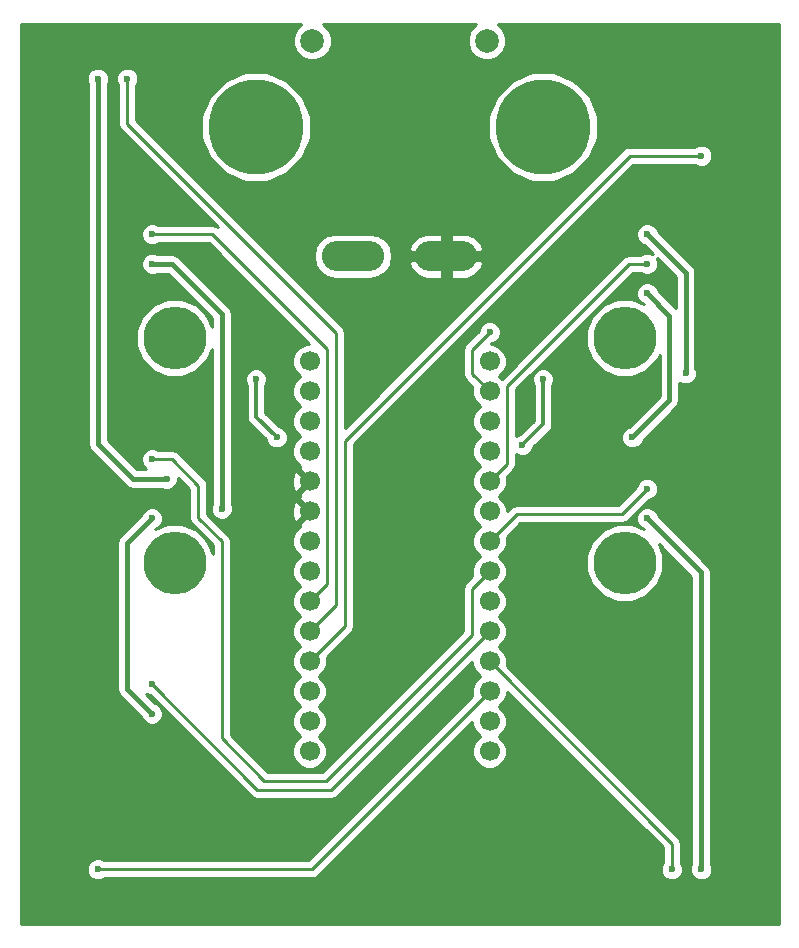
<source format=gbl>
G04 #@! TF.FileFunction,Copper,L2,Bot,Signal*
%FSLAX46Y46*%
G04 Gerber Fmt 4.6, Leading zero omitted, Abs format (unit mm)*
G04 Created by KiCad (PCBNEW 4.0.7-e2-6376~58~ubuntu16.04.1) date Fri Dec 14 12:18:52 2018*
%MOMM*%
%LPD*%
G01*
G04 APERTURE LIST*
%ADD10C,0.100000*%
%ADD11C,0.685800*%
%ADD12C,5.300000*%
%ADD13C,1.700000*%
%ADD14C,8.000000*%
%ADD15O,5.270000X2.540000*%
%ADD16C,2.000000*%
%ADD17C,0.600000*%
%ADD18C,0.300000*%
%ADD19C,0.250000*%
%ADD20C,0.400000*%
%ADD21C,0.254000*%
G04 APERTURE END LIST*
D10*
D11*
X27800000Y-47275000D03*
X27800000Y900000D03*
X13900000Y-20500000D03*
X41700000Y-20500000D03*
X23750000Y-30075000D03*
X27800000Y-71275000D03*
X38200000Y-36850000D03*
X17400000Y-36200000D03*
X38200000Y-38150000D03*
X17400000Y-34900000D03*
X41700000Y-30750000D03*
X13900000Y-30100000D03*
X47500000Y-29450000D03*
X8100000Y-32700000D03*
X9250000Y-66020000D03*
X3580000Y-60600000D03*
X3580000Y-41550000D03*
X3580000Y-22500000D03*
X-2250000Y-5580000D03*
X46350000Y-5580000D03*
X52020000Y-11000000D03*
X52020000Y-30050000D03*
X57850000Y-66020000D03*
D12*
X8750000Y-24275000D03*
X46850000Y-24275000D03*
X8750000Y-43325000D03*
X46850000Y-43325000D03*
D13*
X35420000Y-59285000D03*
X35420000Y-56745000D03*
X35420000Y-54205000D03*
X35420000Y-51665000D03*
X35420000Y-49125000D03*
X35420000Y-46585000D03*
X35420000Y-44045000D03*
X35420000Y-41505000D03*
X35420000Y-38965000D03*
X35420000Y-36425000D03*
X35420000Y-33885000D03*
X35420000Y-31345000D03*
X35420000Y-28805000D03*
X35420000Y-26265000D03*
X20180000Y-59285000D03*
X20180000Y-56745000D03*
X20180000Y-54205000D03*
X20180000Y-51665000D03*
X20180000Y-49125000D03*
X20180000Y-46585000D03*
X20180000Y-44045000D03*
X20180000Y-41505000D03*
X20180000Y-38965000D03*
X20180000Y-36425000D03*
X20180000Y-33885000D03*
X20180000Y-31345000D03*
X20180000Y-28805000D03*
X20180000Y-26265000D03*
D11*
X52020000Y-49100000D03*
D14*
X15645000Y-6420000D03*
D15*
X23850000Y-17340000D03*
D14*
X39955000Y-6420000D03*
D16*
X20410000Y900000D03*
D15*
X31750000Y-17340000D03*
D16*
X35190000Y900000D03*
D17*
X39950000Y-27775000D03*
X15650000Y-27775000D03*
X38200000Y-33350000D03*
X17400000Y-32700000D03*
X35420000Y-23795000D03*
X4750000Y-2325000D03*
X2250000Y-2325000D03*
X8100000Y-36200000D03*
X6835000Y-15500000D03*
X6835000Y-34550000D03*
X6835000Y-53600000D03*
X2250000Y-69275000D03*
X50850000Y-69275000D03*
X48765000Y-37050000D03*
X48765000Y-18000000D03*
X53350000Y-8835000D03*
X6835000Y-18000000D03*
X12750000Y-38750000D03*
X6835000Y-56100000D03*
X6835000Y-39550000D03*
X48765000Y-39550000D03*
X53350000Y-69275000D03*
X52020000Y-27275000D03*
X48765000Y-15500000D03*
X47500000Y-32700000D03*
X48765000Y-20500000D03*
D18*
X39950000Y-27775000D02*
X39950000Y-31600000D01*
X39950000Y-31600000D02*
X38200000Y-33350000D01*
X15650000Y-27775000D02*
X15650000Y-30950000D01*
X15650000Y-30950000D02*
X17400000Y-32700000D01*
D19*
X33950000Y-27335000D02*
X33950000Y-25265000D01*
X33950000Y-25265000D02*
X35420000Y-23795000D01*
X35420000Y-28805000D02*
X33950000Y-27335000D01*
X4750000Y-2325000D02*
X4750000Y-6175000D01*
X4750000Y-6175000D02*
X22400000Y-23825000D01*
X22400000Y-23825000D02*
X22400000Y-46905000D01*
X22400000Y-46905000D02*
X20180000Y-49125000D01*
D20*
X2250000Y-2325000D02*
X2250000Y-33260000D01*
X2250000Y-33260000D02*
X5190000Y-36200000D01*
X5190000Y-36200000D02*
X8100000Y-36200000D01*
D19*
X6835000Y-15500000D02*
X11955000Y-15500000D01*
X11955000Y-15500000D02*
X21650000Y-25195000D01*
X21650000Y-25195000D02*
X21650000Y-45115000D01*
X21650000Y-45115000D02*
X21029999Y-45735001D01*
X21029999Y-45735001D02*
X20180000Y-46585000D01*
X6835000Y-34550000D02*
X8550000Y-34550000D01*
X8550000Y-34550000D02*
X10775000Y-36775000D01*
X10775000Y-36775000D02*
X10775000Y-39520000D01*
X10775000Y-39520000D02*
X12750000Y-41495000D01*
X12750000Y-41495000D02*
X12750000Y-58185000D01*
X12750000Y-58185000D02*
X16340000Y-61775000D01*
X16340000Y-61775000D02*
X21565000Y-61775000D01*
X33950000Y-49390000D02*
X33950000Y-45515000D01*
X33950000Y-45515000D02*
X35420000Y-44045000D01*
X21565000Y-61775000D02*
X33950000Y-49390000D01*
X35420000Y-49125000D02*
X22020000Y-62525000D01*
X22020000Y-62525000D02*
X15760000Y-62525000D01*
X15760000Y-62525000D02*
X6835000Y-53600000D01*
X35420000Y-54205000D02*
X20350000Y-69275000D01*
X20350000Y-69275000D02*
X2250000Y-69275000D01*
X35420000Y-51665000D02*
X50850000Y-67095000D01*
X50850000Y-67095000D02*
X50850000Y-69275000D01*
X35420000Y-41505000D02*
X37725000Y-39200000D01*
X37725000Y-39200000D02*
X46615000Y-39200000D01*
X46615000Y-39200000D02*
X48465001Y-37349999D01*
X48465001Y-37349999D02*
X48765000Y-37050000D01*
X48765000Y-18000000D02*
X47225000Y-18000000D01*
X47225000Y-18000000D02*
X36900000Y-28325000D01*
X36900000Y-28325000D02*
X36900000Y-34945000D01*
X36900000Y-34945000D02*
X35420000Y-36425000D01*
X53350000Y-8835000D02*
X47280000Y-8835000D01*
X47280000Y-8835000D02*
X23150000Y-32965000D01*
X23150000Y-32965000D02*
X23150000Y-48695000D01*
X23150000Y-48695000D02*
X21029999Y-50815001D01*
X21029999Y-50815001D02*
X20180000Y-51665000D01*
D20*
X6835000Y-18000000D02*
X8525000Y-18000000D01*
X8525000Y-18000000D02*
X12750000Y-22225000D01*
X12750000Y-22225000D02*
X12750000Y-38750000D01*
X6835000Y-39550000D02*
X4750000Y-41635000D01*
X4750000Y-41635000D02*
X4750000Y-54015000D01*
X4750000Y-54015000D02*
X6835000Y-56100000D01*
X48765000Y-39550000D02*
X53350000Y-44135000D01*
X53350000Y-44135000D02*
X53350000Y-69275000D01*
X52020000Y-18755000D02*
X52020000Y-27275000D01*
X48765000Y-15500000D02*
X52020000Y-18755000D01*
X48765000Y-20500000D02*
X50645000Y-22380000D01*
X50645000Y-22380000D02*
X50645000Y-29555000D01*
X50645000Y-29555000D02*
X47500000Y-32700000D01*
D21*
G36*
X19485057Y2286894D02*
X19024722Y1827363D01*
X18775284Y1226648D01*
X18774716Y576205D01*
X19023106Y-24943D01*
X19482637Y-485278D01*
X20083352Y-734716D01*
X20733795Y-735284D01*
X21334943Y-486894D01*
X21795278Y-27363D01*
X22044716Y573352D01*
X22045284Y1223795D01*
X21796894Y1824943D01*
X21337363Y2285278D01*
X21325991Y2290000D01*
X34272574Y2290000D01*
X34265057Y2286894D01*
X33804722Y1827363D01*
X33555284Y1226648D01*
X33554716Y576205D01*
X33803106Y-24943D01*
X34262637Y-485278D01*
X34863352Y-734716D01*
X35513795Y-735284D01*
X36114943Y-486894D01*
X36575278Y-27363D01*
X36824716Y573352D01*
X36825284Y1223795D01*
X36576894Y1824943D01*
X36117363Y2285278D01*
X36105991Y2290000D01*
X59890000Y2290000D01*
X59890000Y-73890000D01*
X-4290000Y-73890000D01*
X-4290000Y-2510167D01*
X1314838Y-2510167D01*
X1415000Y-2752578D01*
X1415000Y-33260000D01*
X1478561Y-33579541D01*
X1575754Y-33725000D01*
X1659566Y-33850434D01*
X4599566Y-36790434D01*
X4870459Y-36971439D01*
X5190000Y-37035000D01*
X7672766Y-37035000D01*
X7913201Y-37134838D01*
X8285167Y-37135162D01*
X8628943Y-36993117D01*
X8892192Y-36730327D01*
X9034838Y-36386799D01*
X9035079Y-36109881D01*
X10015000Y-37089802D01*
X10015000Y-39520000D01*
X10072852Y-39810839D01*
X10237599Y-40057401D01*
X11990000Y-41809802D01*
X11990000Y-42564155D01*
X11536511Y-41466628D01*
X10613233Y-40541736D01*
X9406294Y-40040571D01*
X8099440Y-40039431D01*
X7122966Y-40442902D01*
X7123333Y-40442535D01*
X7363943Y-40343117D01*
X7627192Y-40080327D01*
X7769838Y-39736799D01*
X7770162Y-39364833D01*
X7628117Y-39021057D01*
X7365327Y-38757808D01*
X7021799Y-38615162D01*
X6649833Y-38614838D01*
X6306057Y-38756883D01*
X6042808Y-39019673D01*
X5942222Y-39261910D01*
X4159566Y-41044566D01*
X3978561Y-41315459D01*
X3915000Y-41635000D01*
X3915000Y-54015000D01*
X3978561Y-54334541D01*
X4112395Y-54534838D01*
X4159566Y-54605434D01*
X5942465Y-56388333D01*
X6041883Y-56628943D01*
X6304673Y-56892192D01*
X6648201Y-57034838D01*
X7020167Y-57035162D01*
X7363943Y-56893117D01*
X7627192Y-56630327D01*
X7769838Y-56286799D01*
X7770162Y-55914833D01*
X7628117Y-55571057D01*
X7365327Y-55307808D01*
X7123090Y-55207222D01*
X6310465Y-54394597D01*
X6648201Y-54534838D01*
X6695077Y-54534879D01*
X15222599Y-63062401D01*
X15469161Y-63227148D01*
X15760000Y-63285000D01*
X22020000Y-63285000D01*
X22310839Y-63227148D01*
X22557401Y-63062401D01*
X33934982Y-51684820D01*
X33934743Y-51959089D01*
X34160344Y-52505086D01*
X34577717Y-52923188D01*
X34605557Y-52934748D01*
X34579914Y-52945344D01*
X34161812Y-53362717D01*
X33935258Y-53908319D01*
X33934743Y-54499089D01*
X33968766Y-54581432D01*
X20035198Y-68515000D01*
X2812463Y-68515000D01*
X2780327Y-68482808D01*
X2436799Y-68340162D01*
X2064833Y-68339838D01*
X1721057Y-68481883D01*
X1457808Y-68744673D01*
X1315162Y-69088201D01*
X1314838Y-69460167D01*
X1456883Y-69803943D01*
X1719673Y-70067192D01*
X2063201Y-70209838D01*
X2435167Y-70210162D01*
X2778943Y-70068117D01*
X2812118Y-70035000D01*
X20350000Y-70035000D01*
X20640839Y-69977148D01*
X20887401Y-69812401D01*
X33934982Y-56764820D01*
X33934743Y-57039089D01*
X34160344Y-57585086D01*
X34577717Y-58003188D01*
X34605557Y-58014748D01*
X34579914Y-58025344D01*
X34161812Y-58442717D01*
X33935258Y-58988319D01*
X33934743Y-59579089D01*
X34160344Y-60125086D01*
X34577717Y-60543188D01*
X35123319Y-60769742D01*
X35714089Y-60770257D01*
X36260086Y-60544656D01*
X36678188Y-60127283D01*
X36904742Y-59581681D01*
X36905257Y-58990911D01*
X36679656Y-58444914D01*
X36262283Y-58026812D01*
X36234443Y-58015252D01*
X36260086Y-58004656D01*
X36678188Y-57587283D01*
X36904742Y-57041681D01*
X36905257Y-56450911D01*
X36679656Y-55904914D01*
X36262283Y-55486812D01*
X36234443Y-55475252D01*
X36260086Y-55464656D01*
X36678188Y-55047283D01*
X36904742Y-54501681D01*
X36904983Y-54224785D01*
X50090000Y-67409802D01*
X50090000Y-68712537D01*
X50057808Y-68744673D01*
X49915162Y-69088201D01*
X49914838Y-69460167D01*
X50056883Y-69803943D01*
X50319673Y-70067192D01*
X50663201Y-70209838D01*
X51035167Y-70210162D01*
X51378943Y-70068117D01*
X51642192Y-69805327D01*
X51784838Y-69461799D01*
X51785162Y-69089833D01*
X51643117Y-68746057D01*
X51610000Y-68712882D01*
X51610000Y-67095000D01*
X51552148Y-66804161D01*
X51552148Y-66804160D01*
X51387401Y-66557599D01*
X36871511Y-52041709D01*
X36904742Y-51961681D01*
X36905257Y-51370911D01*
X36679656Y-50824914D01*
X36262283Y-50406812D01*
X36234443Y-50395252D01*
X36260086Y-50384656D01*
X36678188Y-49967283D01*
X36904742Y-49421681D01*
X36905257Y-48830911D01*
X36679656Y-48284914D01*
X36262283Y-47866812D01*
X36234443Y-47855252D01*
X36260086Y-47844656D01*
X36678188Y-47427283D01*
X36904742Y-46881681D01*
X36905257Y-46290911D01*
X36679656Y-45744914D01*
X36262283Y-45326812D01*
X36234443Y-45315252D01*
X36260086Y-45304656D01*
X36678188Y-44887283D01*
X36904742Y-44341681D01*
X36905061Y-43975560D01*
X43564431Y-43975560D01*
X44063489Y-45183372D01*
X44986767Y-46108264D01*
X46193706Y-46609429D01*
X47500560Y-46610569D01*
X48708372Y-46111511D01*
X49633264Y-45188233D01*
X50134429Y-43981294D01*
X50135569Y-42674440D01*
X49732098Y-41697966D01*
X52515000Y-44480868D01*
X52515000Y-68847766D01*
X52415162Y-69088201D01*
X52414838Y-69460167D01*
X52556883Y-69803943D01*
X52819673Y-70067192D01*
X53163201Y-70209838D01*
X53535167Y-70210162D01*
X53878943Y-70068117D01*
X54142192Y-69805327D01*
X54284838Y-69461799D01*
X54285162Y-69089833D01*
X54185000Y-68847422D01*
X54185000Y-44135000D01*
X54121439Y-43815459D01*
X53940434Y-43544566D01*
X49657535Y-39261667D01*
X49558117Y-39021057D01*
X49295327Y-38757808D01*
X48951799Y-38615162D01*
X48579833Y-38614838D01*
X48236057Y-38756883D01*
X47972808Y-39019673D01*
X47830162Y-39363201D01*
X47829838Y-39735167D01*
X47971883Y-40078943D01*
X48234673Y-40342192D01*
X48476910Y-40442778D01*
X48478326Y-40444194D01*
X47506294Y-40040571D01*
X46199440Y-40039431D01*
X44991628Y-40538489D01*
X44066736Y-41461767D01*
X43565571Y-42668706D01*
X43564431Y-43975560D01*
X36905061Y-43975560D01*
X36905257Y-43750911D01*
X36679656Y-43204914D01*
X36262283Y-42786812D01*
X36234443Y-42775252D01*
X36260086Y-42764656D01*
X36678188Y-42347283D01*
X36904742Y-41801681D01*
X36905257Y-41210911D01*
X36871234Y-41128568D01*
X38039802Y-39960000D01*
X46615000Y-39960000D01*
X46905839Y-39902148D01*
X47152401Y-39737401D01*
X48904681Y-37985122D01*
X48950167Y-37985162D01*
X49293943Y-37843117D01*
X49557192Y-37580327D01*
X49699838Y-37236799D01*
X49700162Y-36864833D01*
X49558117Y-36521057D01*
X49295327Y-36257808D01*
X48951799Y-36115162D01*
X48579833Y-36114838D01*
X48236057Y-36256883D01*
X47972808Y-36519673D01*
X47830162Y-36863201D01*
X47830121Y-36910076D01*
X46300198Y-38440000D01*
X37725000Y-38440000D01*
X37434160Y-38497852D01*
X37187599Y-38662599D01*
X36905018Y-38945180D01*
X36905257Y-38670911D01*
X36679656Y-38124914D01*
X36262283Y-37706812D01*
X36234443Y-37695252D01*
X36260086Y-37684656D01*
X36678188Y-37267283D01*
X36904742Y-36721681D01*
X36905257Y-36130911D01*
X36871234Y-36048568D01*
X37437401Y-35482401D01*
X37602148Y-35235839D01*
X37660000Y-34945000D01*
X37660000Y-34132502D01*
X37669673Y-34142192D01*
X38013201Y-34284838D01*
X38385167Y-34285162D01*
X38728943Y-34143117D01*
X38992192Y-33880327D01*
X39134838Y-33536799D01*
X39134848Y-33525310D01*
X40505079Y-32155079D01*
X40675245Y-31900406D01*
X40735000Y-31600000D01*
X40735000Y-28312506D01*
X40742192Y-28305327D01*
X40884838Y-27961799D01*
X40885162Y-27589833D01*
X40743117Y-27246057D01*
X40480327Y-26982808D01*
X40136799Y-26840162D01*
X39764833Y-26839838D01*
X39421057Y-26981883D01*
X39157808Y-27244673D01*
X39015162Y-27588201D01*
X39014838Y-27960167D01*
X39156883Y-28303943D01*
X39165000Y-28312074D01*
X39165000Y-31274842D01*
X38024995Y-32414847D01*
X38014833Y-32414838D01*
X37671057Y-32556883D01*
X37660000Y-32567921D01*
X37660000Y-28639802D01*
X47539802Y-18760000D01*
X48202537Y-18760000D01*
X48234673Y-18792192D01*
X48578201Y-18934838D01*
X48950167Y-18935162D01*
X49293943Y-18793117D01*
X49557192Y-18530327D01*
X49699838Y-18186799D01*
X49700162Y-17814833D01*
X49560179Y-17476047D01*
X51185000Y-19100868D01*
X51185000Y-21739131D01*
X49657535Y-20211666D01*
X49558117Y-19971057D01*
X49295327Y-19707808D01*
X48951799Y-19565162D01*
X48579833Y-19564838D01*
X48236057Y-19706883D01*
X47972808Y-19969673D01*
X47830162Y-20313201D01*
X47829838Y-20685167D01*
X47971883Y-21028943D01*
X48234673Y-21292192D01*
X48476910Y-21392778D01*
X48478326Y-21394194D01*
X47506294Y-20990571D01*
X46199440Y-20989431D01*
X44991628Y-21488489D01*
X44066736Y-22411767D01*
X43565571Y-23618706D01*
X43564431Y-24925560D01*
X44063489Y-26133372D01*
X44986767Y-27058264D01*
X46193706Y-27559429D01*
X47500560Y-27560569D01*
X48708372Y-27061511D01*
X49633264Y-26138233D01*
X49810000Y-25712606D01*
X49810000Y-29209132D01*
X47211667Y-31807465D01*
X46971057Y-31906883D01*
X46707808Y-32169673D01*
X46565162Y-32513201D01*
X46564838Y-32885167D01*
X46706883Y-33228943D01*
X46969673Y-33492192D01*
X47313201Y-33634838D01*
X47685167Y-33635162D01*
X48028943Y-33493117D01*
X48292192Y-33230327D01*
X48392778Y-32988090D01*
X51235434Y-30145434D01*
X51416440Y-29874540D01*
X51480000Y-29555000D01*
X51480000Y-28057502D01*
X51489673Y-28067192D01*
X51833201Y-28209838D01*
X52205167Y-28210162D01*
X52548943Y-28068117D01*
X52812192Y-27805327D01*
X52954838Y-27461799D01*
X52955162Y-27089833D01*
X52855000Y-26847422D01*
X52855000Y-18755000D01*
X52791439Y-18435459D01*
X52610434Y-18164566D01*
X49657535Y-15211667D01*
X49558117Y-14971057D01*
X49295327Y-14707808D01*
X48951799Y-14565162D01*
X48579833Y-14564838D01*
X48236057Y-14706883D01*
X47972808Y-14969673D01*
X47830162Y-15313201D01*
X47829838Y-15685167D01*
X47971883Y-16028943D01*
X48234673Y-16292192D01*
X48476910Y-16392778D01*
X49289535Y-17205403D01*
X48951799Y-17065162D01*
X48579833Y-17064838D01*
X48236057Y-17206883D01*
X48202882Y-17240000D01*
X47225000Y-17240000D01*
X46934161Y-17297852D01*
X46687599Y-17462599D01*
X36432686Y-27717512D01*
X36262283Y-27546812D01*
X36234443Y-27535252D01*
X36260086Y-27524656D01*
X36678188Y-27107283D01*
X36904742Y-26561681D01*
X36905257Y-25970911D01*
X36679656Y-25424914D01*
X36262283Y-25006812D01*
X35716681Y-24780258D01*
X35509724Y-24780078D01*
X35559680Y-24730122D01*
X35605167Y-24730162D01*
X35948943Y-24588117D01*
X36212192Y-24325327D01*
X36354838Y-23981799D01*
X36355162Y-23609833D01*
X36213117Y-23266057D01*
X35950327Y-23002808D01*
X35606799Y-22860162D01*
X35234833Y-22859838D01*
X34891057Y-23001883D01*
X34627808Y-23264673D01*
X34485162Y-23608201D01*
X34485121Y-23655077D01*
X33412599Y-24727599D01*
X33247852Y-24974161D01*
X33190000Y-25265000D01*
X33190000Y-27335000D01*
X33247852Y-27625839D01*
X33412599Y-27872401D01*
X33968489Y-28428291D01*
X33935258Y-28508319D01*
X33934743Y-29099089D01*
X34160344Y-29645086D01*
X34577717Y-30063188D01*
X34605557Y-30074748D01*
X34579914Y-30085344D01*
X34161812Y-30502717D01*
X33935258Y-31048319D01*
X33934743Y-31639089D01*
X34160344Y-32185086D01*
X34577717Y-32603188D01*
X34605557Y-32614748D01*
X34579914Y-32625344D01*
X34161812Y-33042717D01*
X33935258Y-33588319D01*
X33934743Y-34179089D01*
X34160344Y-34725086D01*
X34577717Y-35143188D01*
X34605557Y-35154748D01*
X34579914Y-35165344D01*
X34161812Y-35582717D01*
X33935258Y-36128319D01*
X33934743Y-36719089D01*
X34160344Y-37265086D01*
X34577717Y-37683188D01*
X34605557Y-37694748D01*
X34579914Y-37705344D01*
X34161812Y-38122717D01*
X33935258Y-38668319D01*
X33934743Y-39259089D01*
X34160344Y-39805086D01*
X34577717Y-40223188D01*
X34605557Y-40234748D01*
X34579914Y-40245344D01*
X34161812Y-40662717D01*
X33935258Y-41208319D01*
X33934743Y-41799089D01*
X34160344Y-42345086D01*
X34577717Y-42763188D01*
X34605557Y-42774748D01*
X34579914Y-42785344D01*
X34161812Y-43202717D01*
X33935258Y-43748319D01*
X33934743Y-44339089D01*
X33968766Y-44421432D01*
X33412599Y-44977599D01*
X33247852Y-45224161D01*
X33190000Y-45515000D01*
X33190000Y-49075198D01*
X21250198Y-61015000D01*
X16654802Y-61015000D01*
X13510000Y-57870198D01*
X13510000Y-41495000D01*
X13452148Y-41204161D01*
X13287401Y-40957599D01*
X11535000Y-39205198D01*
X11535000Y-36775000D01*
X11484186Y-36519541D01*
X11477148Y-36484160D01*
X11312401Y-36237599D01*
X9087401Y-34012599D01*
X8840839Y-33847852D01*
X8550000Y-33790000D01*
X7397463Y-33790000D01*
X7365327Y-33757808D01*
X7021799Y-33615162D01*
X6649833Y-33614838D01*
X6306057Y-33756883D01*
X6042808Y-34019673D01*
X5900162Y-34363201D01*
X5899838Y-34735167D01*
X6041883Y-35078943D01*
X6304673Y-35342192D01*
X6359600Y-35365000D01*
X5535868Y-35365000D01*
X3085000Y-32914132D01*
X3085000Y-24925560D01*
X5464431Y-24925560D01*
X5963489Y-26133372D01*
X6886767Y-27058264D01*
X8093706Y-27559429D01*
X9400560Y-27560569D01*
X10608372Y-27061511D01*
X11533264Y-26138233D01*
X11915000Y-25218911D01*
X11915000Y-38322766D01*
X11815162Y-38563201D01*
X11814838Y-38935167D01*
X11956883Y-39278943D01*
X12219673Y-39542192D01*
X12563201Y-39684838D01*
X12935167Y-39685162D01*
X13278943Y-39543117D01*
X13542192Y-39280327D01*
X13684838Y-38936799D01*
X13685012Y-38736279D01*
X18683282Y-38736279D01*
X18709685Y-39326458D01*
X18884741Y-39749080D01*
X19136042Y-39829353D01*
X20000395Y-38965000D01*
X19136042Y-38100647D01*
X18884741Y-38180920D01*
X18683282Y-38736279D01*
X13685012Y-38736279D01*
X13685162Y-38564833D01*
X13585000Y-38322422D01*
X13585000Y-36196279D01*
X18683282Y-36196279D01*
X18709685Y-36786458D01*
X18884741Y-37209080D01*
X19136042Y-37289353D01*
X20000395Y-36425000D01*
X19136042Y-35560647D01*
X18884741Y-35640920D01*
X18683282Y-36196279D01*
X13585000Y-36196279D01*
X13585000Y-27960167D01*
X14714838Y-27960167D01*
X14856883Y-28303943D01*
X14865000Y-28312074D01*
X14865000Y-30950000D01*
X14924755Y-31250407D01*
X15094921Y-31505079D01*
X16464847Y-32875005D01*
X16464838Y-32885167D01*
X16606883Y-33228943D01*
X16869673Y-33492192D01*
X17213201Y-33634838D01*
X17585167Y-33635162D01*
X17928943Y-33493117D01*
X18192192Y-33230327D01*
X18334838Y-32886799D01*
X18335162Y-32514833D01*
X18193117Y-32171057D01*
X17930327Y-31907808D01*
X17586799Y-31765162D01*
X17575310Y-31765152D01*
X16435000Y-30624842D01*
X16435000Y-28312506D01*
X16442192Y-28305327D01*
X16584838Y-27961799D01*
X16585162Y-27589833D01*
X16443117Y-27246057D01*
X16180327Y-26982808D01*
X15836799Y-26840162D01*
X15464833Y-26839838D01*
X15121057Y-26981883D01*
X14857808Y-27244673D01*
X14715162Y-27588201D01*
X14714838Y-27960167D01*
X13585000Y-27960167D01*
X13585000Y-22225000D01*
X13521439Y-21905459D01*
X13340434Y-21634566D01*
X9115434Y-17409566D01*
X8948242Y-17297852D01*
X8844541Y-17228561D01*
X8525000Y-17165000D01*
X7262234Y-17165000D01*
X7021799Y-17065162D01*
X6649833Y-17064838D01*
X6306057Y-17206883D01*
X6042808Y-17469673D01*
X5900162Y-17813201D01*
X5899838Y-18185167D01*
X6041883Y-18528943D01*
X6304673Y-18792192D01*
X6648201Y-18934838D01*
X7020167Y-18935162D01*
X7262578Y-18835000D01*
X8179132Y-18835000D01*
X11915000Y-22570868D01*
X11915000Y-23332641D01*
X11536511Y-22416628D01*
X10613233Y-21491736D01*
X9406294Y-20990571D01*
X8099440Y-20989431D01*
X6891628Y-21488489D01*
X5966736Y-22411767D01*
X5465571Y-23618706D01*
X5464431Y-24925560D01*
X3085000Y-24925560D01*
X3085000Y-2752234D01*
X3184838Y-2511799D01*
X3184839Y-2510167D01*
X3814838Y-2510167D01*
X3956883Y-2853943D01*
X3990000Y-2887118D01*
X3990000Y-6175000D01*
X4047852Y-6465839D01*
X4212599Y-6712401D01*
X12403185Y-14902987D01*
X12245839Y-14797852D01*
X11955000Y-14740000D01*
X7397463Y-14740000D01*
X7365327Y-14707808D01*
X7021799Y-14565162D01*
X6649833Y-14564838D01*
X6306057Y-14706883D01*
X6042808Y-14969673D01*
X5900162Y-15313201D01*
X5899838Y-15685167D01*
X6041883Y-16028943D01*
X6304673Y-16292192D01*
X6648201Y-16434838D01*
X7020167Y-16435162D01*
X7363943Y-16293117D01*
X7397118Y-16260000D01*
X11640198Y-16260000D01*
X20160180Y-24779982D01*
X19885911Y-24779743D01*
X19339914Y-25005344D01*
X18921812Y-25422717D01*
X18695258Y-25968319D01*
X18694743Y-26559089D01*
X18920344Y-27105086D01*
X19337717Y-27523188D01*
X19365557Y-27534748D01*
X19339914Y-27545344D01*
X18921812Y-27962717D01*
X18695258Y-28508319D01*
X18694743Y-29099089D01*
X18920344Y-29645086D01*
X19337717Y-30063188D01*
X19365557Y-30074748D01*
X19339914Y-30085344D01*
X18921812Y-30502717D01*
X18695258Y-31048319D01*
X18694743Y-31639089D01*
X18920344Y-32185086D01*
X19337717Y-32603188D01*
X19365557Y-32614748D01*
X19339914Y-32625344D01*
X18921812Y-33042717D01*
X18695258Y-33588319D01*
X18694743Y-34179089D01*
X18920344Y-34725086D01*
X19337717Y-35143188D01*
X19385312Y-35162951D01*
X19315647Y-35381042D01*
X20180000Y-36245395D01*
X20194143Y-36231253D01*
X20373748Y-36410858D01*
X20359605Y-36425000D01*
X20373748Y-36439143D01*
X20194143Y-36618748D01*
X20180000Y-36604605D01*
X19315647Y-37468958D01*
X19387852Y-37695000D01*
X19315647Y-37921042D01*
X20180000Y-38785395D01*
X20194143Y-38771253D01*
X20373748Y-38950858D01*
X20359605Y-38965000D01*
X20373748Y-38979143D01*
X20194143Y-39158748D01*
X20180000Y-39144605D01*
X19315647Y-40008958D01*
X19385181Y-40226640D01*
X19339914Y-40245344D01*
X18921812Y-40662717D01*
X18695258Y-41208319D01*
X18694743Y-41799089D01*
X18920344Y-42345086D01*
X19337717Y-42763188D01*
X19365557Y-42774748D01*
X19339914Y-42785344D01*
X18921812Y-43202717D01*
X18695258Y-43748319D01*
X18694743Y-44339089D01*
X18920344Y-44885086D01*
X19337717Y-45303188D01*
X19365557Y-45314748D01*
X19339914Y-45325344D01*
X18921812Y-45742717D01*
X18695258Y-46288319D01*
X18694743Y-46879089D01*
X18920344Y-47425086D01*
X19337717Y-47843188D01*
X19365557Y-47854748D01*
X19339914Y-47865344D01*
X18921812Y-48282717D01*
X18695258Y-48828319D01*
X18694743Y-49419089D01*
X18920344Y-49965086D01*
X19337717Y-50383188D01*
X19365557Y-50394748D01*
X19339914Y-50405344D01*
X18921812Y-50822717D01*
X18695258Y-51368319D01*
X18694743Y-51959089D01*
X18920344Y-52505086D01*
X19337717Y-52923188D01*
X19365557Y-52934748D01*
X19339914Y-52945344D01*
X18921812Y-53362717D01*
X18695258Y-53908319D01*
X18694743Y-54499089D01*
X18920344Y-55045086D01*
X19337717Y-55463188D01*
X19365557Y-55474748D01*
X19339914Y-55485344D01*
X18921812Y-55902717D01*
X18695258Y-56448319D01*
X18694743Y-57039089D01*
X18920344Y-57585086D01*
X19337717Y-58003188D01*
X19365557Y-58014748D01*
X19339914Y-58025344D01*
X18921812Y-58442717D01*
X18695258Y-58988319D01*
X18694743Y-59579089D01*
X18920344Y-60125086D01*
X19337717Y-60543188D01*
X19883319Y-60769742D01*
X20474089Y-60770257D01*
X21020086Y-60544656D01*
X21438188Y-60127283D01*
X21664742Y-59581681D01*
X21665257Y-58990911D01*
X21439656Y-58444914D01*
X21022283Y-58026812D01*
X20994443Y-58015252D01*
X21020086Y-58004656D01*
X21438188Y-57587283D01*
X21664742Y-57041681D01*
X21665257Y-56450911D01*
X21439656Y-55904914D01*
X21022283Y-55486812D01*
X20994443Y-55475252D01*
X21020086Y-55464656D01*
X21438188Y-55047283D01*
X21664742Y-54501681D01*
X21665257Y-53910911D01*
X21439656Y-53364914D01*
X21022283Y-52946812D01*
X20994443Y-52935252D01*
X21020086Y-52924656D01*
X21438188Y-52507283D01*
X21664742Y-51961681D01*
X21665257Y-51370911D01*
X21631234Y-51288568D01*
X23687401Y-49232401D01*
X23852148Y-48985840D01*
X23910000Y-48695000D01*
X23910000Y-33279802D01*
X47594802Y-9595000D01*
X52787537Y-9595000D01*
X52819673Y-9627192D01*
X53163201Y-9769838D01*
X53535167Y-9770162D01*
X53878943Y-9628117D01*
X54142192Y-9365327D01*
X54284838Y-9021799D01*
X54285162Y-8649833D01*
X54143117Y-8306057D01*
X53880327Y-8042808D01*
X53536799Y-7900162D01*
X53164833Y-7899838D01*
X52821057Y-8041883D01*
X52787882Y-8075000D01*
X47280000Y-8075000D01*
X46989160Y-8132852D01*
X46742599Y-8297599D01*
X23160000Y-31880198D01*
X23160000Y-23825000D01*
X23102148Y-23534161D01*
X23102148Y-23534160D01*
X22937401Y-23287599D01*
X16989802Y-17340000D01*
X20515937Y-17340000D01*
X20660946Y-18069012D01*
X21073899Y-18687038D01*
X21691925Y-19099991D01*
X22420937Y-19245000D01*
X25279063Y-19245000D01*
X26008075Y-19099991D01*
X26626101Y-18687038D01*
X27039054Y-18069012D01*
X27052652Y-18000647D01*
X28598224Y-18000647D01*
X28774211Y-18423288D01*
X29311381Y-18957250D01*
X30012000Y-19245000D01*
X31377000Y-19245000D01*
X31377000Y-17713000D01*
X32123000Y-17713000D01*
X32123000Y-19245000D01*
X33488000Y-19245000D01*
X34188619Y-18957250D01*
X34725789Y-18423288D01*
X34901776Y-18000647D01*
X34820948Y-17713000D01*
X32123000Y-17713000D01*
X31377000Y-17713000D01*
X28679052Y-17713000D01*
X28598224Y-18000647D01*
X27052652Y-18000647D01*
X27184063Y-17340000D01*
X27052653Y-16679353D01*
X28598224Y-16679353D01*
X28679052Y-16967000D01*
X31377000Y-16967000D01*
X31377000Y-15435000D01*
X32123000Y-15435000D01*
X32123000Y-16967000D01*
X34820948Y-16967000D01*
X34901776Y-16679353D01*
X34725789Y-16256712D01*
X34188619Y-15722750D01*
X33488000Y-15435000D01*
X32123000Y-15435000D01*
X31377000Y-15435000D01*
X30012000Y-15435000D01*
X29311381Y-15722750D01*
X28774211Y-16256712D01*
X28598224Y-16679353D01*
X27052653Y-16679353D01*
X27039054Y-16610988D01*
X26626101Y-15992962D01*
X26008075Y-15580009D01*
X25279063Y-15435000D01*
X22420937Y-15435000D01*
X21691925Y-15580009D01*
X21073899Y-15992962D01*
X20660946Y-16610988D01*
X20515937Y-17340000D01*
X16989802Y-17340000D01*
X6987716Y-7337914D01*
X11009197Y-7337914D01*
X11713347Y-9042087D01*
X13016055Y-10347071D01*
X14718997Y-11054194D01*
X16562914Y-11055803D01*
X18267087Y-10351653D01*
X19572071Y-9048945D01*
X20279194Y-7346003D01*
X20279201Y-7337914D01*
X35319197Y-7337914D01*
X36023347Y-9042087D01*
X37326055Y-10347071D01*
X39028997Y-11054194D01*
X40872914Y-11055803D01*
X42577087Y-10351653D01*
X43882071Y-9048945D01*
X44589194Y-7346003D01*
X44590803Y-5502086D01*
X43886653Y-3797913D01*
X42583945Y-2492929D01*
X40881003Y-1785806D01*
X39037086Y-1784197D01*
X37332913Y-2488347D01*
X36027929Y-3791055D01*
X35320806Y-5493997D01*
X35319197Y-7337914D01*
X20279201Y-7337914D01*
X20280803Y-5502086D01*
X19576653Y-3797913D01*
X18273945Y-2492929D01*
X16571003Y-1785806D01*
X14727086Y-1784197D01*
X13022913Y-2488347D01*
X11717929Y-3791055D01*
X11010806Y-5493997D01*
X11009197Y-7337914D01*
X6987716Y-7337914D01*
X5510000Y-5860198D01*
X5510000Y-2887463D01*
X5542192Y-2855327D01*
X5684838Y-2511799D01*
X5685162Y-2139833D01*
X5543117Y-1796057D01*
X5280327Y-1532808D01*
X4936799Y-1390162D01*
X4564833Y-1389838D01*
X4221057Y-1531883D01*
X3957808Y-1794673D01*
X3815162Y-2138201D01*
X3814838Y-2510167D01*
X3184839Y-2510167D01*
X3185162Y-2139833D01*
X3043117Y-1796057D01*
X2780327Y-1532808D01*
X2436799Y-1390162D01*
X2064833Y-1389838D01*
X1721057Y-1531883D01*
X1457808Y-1794673D01*
X1315162Y-2138201D01*
X1314838Y-2510167D01*
X-4290000Y-2510167D01*
X-4290000Y2290000D01*
X19492574Y2290000D01*
X19485057Y2286894D01*
X19485057Y2286894D01*
G37*
X19485057Y2286894D02*
X19024722Y1827363D01*
X18775284Y1226648D01*
X18774716Y576205D01*
X19023106Y-24943D01*
X19482637Y-485278D01*
X20083352Y-734716D01*
X20733795Y-735284D01*
X21334943Y-486894D01*
X21795278Y-27363D01*
X22044716Y573352D01*
X22045284Y1223795D01*
X21796894Y1824943D01*
X21337363Y2285278D01*
X21325991Y2290000D01*
X34272574Y2290000D01*
X34265057Y2286894D01*
X33804722Y1827363D01*
X33555284Y1226648D01*
X33554716Y576205D01*
X33803106Y-24943D01*
X34262637Y-485278D01*
X34863352Y-734716D01*
X35513795Y-735284D01*
X36114943Y-486894D01*
X36575278Y-27363D01*
X36824716Y573352D01*
X36825284Y1223795D01*
X36576894Y1824943D01*
X36117363Y2285278D01*
X36105991Y2290000D01*
X59890000Y2290000D01*
X59890000Y-73890000D01*
X-4290000Y-73890000D01*
X-4290000Y-2510167D01*
X1314838Y-2510167D01*
X1415000Y-2752578D01*
X1415000Y-33260000D01*
X1478561Y-33579541D01*
X1575754Y-33725000D01*
X1659566Y-33850434D01*
X4599566Y-36790434D01*
X4870459Y-36971439D01*
X5190000Y-37035000D01*
X7672766Y-37035000D01*
X7913201Y-37134838D01*
X8285167Y-37135162D01*
X8628943Y-36993117D01*
X8892192Y-36730327D01*
X9034838Y-36386799D01*
X9035079Y-36109881D01*
X10015000Y-37089802D01*
X10015000Y-39520000D01*
X10072852Y-39810839D01*
X10237599Y-40057401D01*
X11990000Y-41809802D01*
X11990000Y-42564155D01*
X11536511Y-41466628D01*
X10613233Y-40541736D01*
X9406294Y-40040571D01*
X8099440Y-40039431D01*
X7122966Y-40442902D01*
X7123333Y-40442535D01*
X7363943Y-40343117D01*
X7627192Y-40080327D01*
X7769838Y-39736799D01*
X7770162Y-39364833D01*
X7628117Y-39021057D01*
X7365327Y-38757808D01*
X7021799Y-38615162D01*
X6649833Y-38614838D01*
X6306057Y-38756883D01*
X6042808Y-39019673D01*
X5942222Y-39261910D01*
X4159566Y-41044566D01*
X3978561Y-41315459D01*
X3915000Y-41635000D01*
X3915000Y-54015000D01*
X3978561Y-54334541D01*
X4112395Y-54534838D01*
X4159566Y-54605434D01*
X5942465Y-56388333D01*
X6041883Y-56628943D01*
X6304673Y-56892192D01*
X6648201Y-57034838D01*
X7020167Y-57035162D01*
X7363943Y-56893117D01*
X7627192Y-56630327D01*
X7769838Y-56286799D01*
X7770162Y-55914833D01*
X7628117Y-55571057D01*
X7365327Y-55307808D01*
X7123090Y-55207222D01*
X6310465Y-54394597D01*
X6648201Y-54534838D01*
X6695077Y-54534879D01*
X15222599Y-63062401D01*
X15469161Y-63227148D01*
X15760000Y-63285000D01*
X22020000Y-63285000D01*
X22310839Y-63227148D01*
X22557401Y-63062401D01*
X33934982Y-51684820D01*
X33934743Y-51959089D01*
X34160344Y-52505086D01*
X34577717Y-52923188D01*
X34605557Y-52934748D01*
X34579914Y-52945344D01*
X34161812Y-53362717D01*
X33935258Y-53908319D01*
X33934743Y-54499089D01*
X33968766Y-54581432D01*
X20035198Y-68515000D01*
X2812463Y-68515000D01*
X2780327Y-68482808D01*
X2436799Y-68340162D01*
X2064833Y-68339838D01*
X1721057Y-68481883D01*
X1457808Y-68744673D01*
X1315162Y-69088201D01*
X1314838Y-69460167D01*
X1456883Y-69803943D01*
X1719673Y-70067192D01*
X2063201Y-70209838D01*
X2435167Y-70210162D01*
X2778943Y-70068117D01*
X2812118Y-70035000D01*
X20350000Y-70035000D01*
X20640839Y-69977148D01*
X20887401Y-69812401D01*
X33934982Y-56764820D01*
X33934743Y-57039089D01*
X34160344Y-57585086D01*
X34577717Y-58003188D01*
X34605557Y-58014748D01*
X34579914Y-58025344D01*
X34161812Y-58442717D01*
X33935258Y-58988319D01*
X33934743Y-59579089D01*
X34160344Y-60125086D01*
X34577717Y-60543188D01*
X35123319Y-60769742D01*
X35714089Y-60770257D01*
X36260086Y-60544656D01*
X36678188Y-60127283D01*
X36904742Y-59581681D01*
X36905257Y-58990911D01*
X36679656Y-58444914D01*
X36262283Y-58026812D01*
X36234443Y-58015252D01*
X36260086Y-58004656D01*
X36678188Y-57587283D01*
X36904742Y-57041681D01*
X36905257Y-56450911D01*
X36679656Y-55904914D01*
X36262283Y-55486812D01*
X36234443Y-55475252D01*
X36260086Y-55464656D01*
X36678188Y-55047283D01*
X36904742Y-54501681D01*
X36904983Y-54224785D01*
X50090000Y-67409802D01*
X50090000Y-68712537D01*
X50057808Y-68744673D01*
X49915162Y-69088201D01*
X49914838Y-69460167D01*
X50056883Y-69803943D01*
X50319673Y-70067192D01*
X50663201Y-70209838D01*
X51035167Y-70210162D01*
X51378943Y-70068117D01*
X51642192Y-69805327D01*
X51784838Y-69461799D01*
X51785162Y-69089833D01*
X51643117Y-68746057D01*
X51610000Y-68712882D01*
X51610000Y-67095000D01*
X51552148Y-66804161D01*
X51552148Y-66804160D01*
X51387401Y-66557599D01*
X36871511Y-52041709D01*
X36904742Y-51961681D01*
X36905257Y-51370911D01*
X36679656Y-50824914D01*
X36262283Y-50406812D01*
X36234443Y-50395252D01*
X36260086Y-50384656D01*
X36678188Y-49967283D01*
X36904742Y-49421681D01*
X36905257Y-48830911D01*
X36679656Y-48284914D01*
X36262283Y-47866812D01*
X36234443Y-47855252D01*
X36260086Y-47844656D01*
X36678188Y-47427283D01*
X36904742Y-46881681D01*
X36905257Y-46290911D01*
X36679656Y-45744914D01*
X36262283Y-45326812D01*
X36234443Y-45315252D01*
X36260086Y-45304656D01*
X36678188Y-44887283D01*
X36904742Y-44341681D01*
X36905061Y-43975560D01*
X43564431Y-43975560D01*
X44063489Y-45183372D01*
X44986767Y-46108264D01*
X46193706Y-46609429D01*
X47500560Y-46610569D01*
X48708372Y-46111511D01*
X49633264Y-45188233D01*
X50134429Y-43981294D01*
X50135569Y-42674440D01*
X49732098Y-41697966D01*
X52515000Y-44480868D01*
X52515000Y-68847766D01*
X52415162Y-69088201D01*
X52414838Y-69460167D01*
X52556883Y-69803943D01*
X52819673Y-70067192D01*
X53163201Y-70209838D01*
X53535167Y-70210162D01*
X53878943Y-70068117D01*
X54142192Y-69805327D01*
X54284838Y-69461799D01*
X54285162Y-69089833D01*
X54185000Y-68847422D01*
X54185000Y-44135000D01*
X54121439Y-43815459D01*
X53940434Y-43544566D01*
X49657535Y-39261667D01*
X49558117Y-39021057D01*
X49295327Y-38757808D01*
X48951799Y-38615162D01*
X48579833Y-38614838D01*
X48236057Y-38756883D01*
X47972808Y-39019673D01*
X47830162Y-39363201D01*
X47829838Y-39735167D01*
X47971883Y-40078943D01*
X48234673Y-40342192D01*
X48476910Y-40442778D01*
X48478326Y-40444194D01*
X47506294Y-40040571D01*
X46199440Y-40039431D01*
X44991628Y-40538489D01*
X44066736Y-41461767D01*
X43565571Y-42668706D01*
X43564431Y-43975560D01*
X36905061Y-43975560D01*
X36905257Y-43750911D01*
X36679656Y-43204914D01*
X36262283Y-42786812D01*
X36234443Y-42775252D01*
X36260086Y-42764656D01*
X36678188Y-42347283D01*
X36904742Y-41801681D01*
X36905257Y-41210911D01*
X36871234Y-41128568D01*
X38039802Y-39960000D01*
X46615000Y-39960000D01*
X46905839Y-39902148D01*
X47152401Y-39737401D01*
X48904681Y-37985122D01*
X48950167Y-37985162D01*
X49293943Y-37843117D01*
X49557192Y-37580327D01*
X49699838Y-37236799D01*
X49700162Y-36864833D01*
X49558117Y-36521057D01*
X49295327Y-36257808D01*
X48951799Y-36115162D01*
X48579833Y-36114838D01*
X48236057Y-36256883D01*
X47972808Y-36519673D01*
X47830162Y-36863201D01*
X47830121Y-36910076D01*
X46300198Y-38440000D01*
X37725000Y-38440000D01*
X37434160Y-38497852D01*
X37187599Y-38662599D01*
X36905018Y-38945180D01*
X36905257Y-38670911D01*
X36679656Y-38124914D01*
X36262283Y-37706812D01*
X36234443Y-37695252D01*
X36260086Y-37684656D01*
X36678188Y-37267283D01*
X36904742Y-36721681D01*
X36905257Y-36130911D01*
X36871234Y-36048568D01*
X37437401Y-35482401D01*
X37602148Y-35235839D01*
X37660000Y-34945000D01*
X37660000Y-34132502D01*
X37669673Y-34142192D01*
X38013201Y-34284838D01*
X38385167Y-34285162D01*
X38728943Y-34143117D01*
X38992192Y-33880327D01*
X39134838Y-33536799D01*
X39134848Y-33525310D01*
X40505079Y-32155079D01*
X40675245Y-31900406D01*
X40735000Y-31600000D01*
X40735000Y-28312506D01*
X40742192Y-28305327D01*
X40884838Y-27961799D01*
X40885162Y-27589833D01*
X40743117Y-27246057D01*
X40480327Y-26982808D01*
X40136799Y-26840162D01*
X39764833Y-26839838D01*
X39421057Y-26981883D01*
X39157808Y-27244673D01*
X39015162Y-27588201D01*
X39014838Y-27960167D01*
X39156883Y-28303943D01*
X39165000Y-28312074D01*
X39165000Y-31274842D01*
X38024995Y-32414847D01*
X38014833Y-32414838D01*
X37671057Y-32556883D01*
X37660000Y-32567921D01*
X37660000Y-28639802D01*
X47539802Y-18760000D01*
X48202537Y-18760000D01*
X48234673Y-18792192D01*
X48578201Y-18934838D01*
X48950167Y-18935162D01*
X49293943Y-18793117D01*
X49557192Y-18530327D01*
X49699838Y-18186799D01*
X49700162Y-17814833D01*
X49560179Y-17476047D01*
X51185000Y-19100868D01*
X51185000Y-21739131D01*
X49657535Y-20211666D01*
X49558117Y-19971057D01*
X49295327Y-19707808D01*
X48951799Y-19565162D01*
X48579833Y-19564838D01*
X48236057Y-19706883D01*
X47972808Y-19969673D01*
X47830162Y-20313201D01*
X47829838Y-20685167D01*
X47971883Y-21028943D01*
X48234673Y-21292192D01*
X48476910Y-21392778D01*
X48478326Y-21394194D01*
X47506294Y-20990571D01*
X46199440Y-20989431D01*
X44991628Y-21488489D01*
X44066736Y-22411767D01*
X43565571Y-23618706D01*
X43564431Y-24925560D01*
X44063489Y-26133372D01*
X44986767Y-27058264D01*
X46193706Y-27559429D01*
X47500560Y-27560569D01*
X48708372Y-27061511D01*
X49633264Y-26138233D01*
X49810000Y-25712606D01*
X49810000Y-29209132D01*
X47211667Y-31807465D01*
X46971057Y-31906883D01*
X46707808Y-32169673D01*
X46565162Y-32513201D01*
X46564838Y-32885167D01*
X46706883Y-33228943D01*
X46969673Y-33492192D01*
X47313201Y-33634838D01*
X47685167Y-33635162D01*
X48028943Y-33493117D01*
X48292192Y-33230327D01*
X48392778Y-32988090D01*
X51235434Y-30145434D01*
X51416440Y-29874540D01*
X51480000Y-29555000D01*
X51480000Y-28057502D01*
X51489673Y-28067192D01*
X51833201Y-28209838D01*
X52205167Y-28210162D01*
X52548943Y-28068117D01*
X52812192Y-27805327D01*
X52954838Y-27461799D01*
X52955162Y-27089833D01*
X52855000Y-26847422D01*
X52855000Y-18755000D01*
X52791439Y-18435459D01*
X52610434Y-18164566D01*
X49657535Y-15211667D01*
X49558117Y-14971057D01*
X49295327Y-14707808D01*
X48951799Y-14565162D01*
X48579833Y-14564838D01*
X48236057Y-14706883D01*
X47972808Y-14969673D01*
X47830162Y-15313201D01*
X47829838Y-15685167D01*
X47971883Y-16028943D01*
X48234673Y-16292192D01*
X48476910Y-16392778D01*
X49289535Y-17205403D01*
X48951799Y-17065162D01*
X48579833Y-17064838D01*
X48236057Y-17206883D01*
X48202882Y-17240000D01*
X47225000Y-17240000D01*
X46934161Y-17297852D01*
X46687599Y-17462599D01*
X36432686Y-27717512D01*
X36262283Y-27546812D01*
X36234443Y-27535252D01*
X36260086Y-27524656D01*
X36678188Y-27107283D01*
X36904742Y-26561681D01*
X36905257Y-25970911D01*
X36679656Y-25424914D01*
X36262283Y-25006812D01*
X35716681Y-24780258D01*
X35509724Y-24780078D01*
X35559680Y-24730122D01*
X35605167Y-24730162D01*
X35948943Y-24588117D01*
X36212192Y-24325327D01*
X36354838Y-23981799D01*
X36355162Y-23609833D01*
X36213117Y-23266057D01*
X35950327Y-23002808D01*
X35606799Y-22860162D01*
X35234833Y-22859838D01*
X34891057Y-23001883D01*
X34627808Y-23264673D01*
X34485162Y-23608201D01*
X34485121Y-23655077D01*
X33412599Y-24727599D01*
X33247852Y-24974161D01*
X33190000Y-25265000D01*
X33190000Y-27335000D01*
X33247852Y-27625839D01*
X33412599Y-27872401D01*
X33968489Y-28428291D01*
X33935258Y-28508319D01*
X33934743Y-29099089D01*
X34160344Y-29645086D01*
X34577717Y-30063188D01*
X34605557Y-30074748D01*
X34579914Y-30085344D01*
X34161812Y-30502717D01*
X33935258Y-31048319D01*
X33934743Y-31639089D01*
X34160344Y-32185086D01*
X34577717Y-32603188D01*
X34605557Y-32614748D01*
X34579914Y-32625344D01*
X34161812Y-33042717D01*
X33935258Y-33588319D01*
X33934743Y-34179089D01*
X34160344Y-34725086D01*
X34577717Y-35143188D01*
X34605557Y-35154748D01*
X34579914Y-35165344D01*
X34161812Y-35582717D01*
X33935258Y-36128319D01*
X33934743Y-36719089D01*
X34160344Y-37265086D01*
X34577717Y-37683188D01*
X34605557Y-37694748D01*
X34579914Y-37705344D01*
X34161812Y-38122717D01*
X33935258Y-38668319D01*
X33934743Y-39259089D01*
X34160344Y-39805086D01*
X34577717Y-40223188D01*
X34605557Y-40234748D01*
X34579914Y-40245344D01*
X34161812Y-40662717D01*
X33935258Y-41208319D01*
X33934743Y-41799089D01*
X34160344Y-42345086D01*
X34577717Y-42763188D01*
X34605557Y-42774748D01*
X34579914Y-42785344D01*
X34161812Y-43202717D01*
X33935258Y-43748319D01*
X33934743Y-44339089D01*
X33968766Y-44421432D01*
X33412599Y-44977599D01*
X33247852Y-45224161D01*
X33190000Y-45515000D01*
X33190000Y-49075198D01*
X21250198Y-61015000D01*
X16654802Y-61015000D01*
X13510000Y-57870198D01*
X13510000Y-41495000D01*
X13452148Y-41204161D01*
X13287401Y-40957599D01*
X11535000Y-39205198D01*
X11535000Y-36775000D01*
X11484186Y-36519541D01*
X11477148Y-36484160D01*
X11312401Y-36237599D01*
X9087401Y-34012599D01*
X8840839Y-33847852D01*
X8550000Y-33790000D01*
X7397463Y-33790000D01*
X7365327Y-33757808D01*
X7021799Y-33615162D01*
X6649833Y-33614838D01*
X6306057Y-33756883D01*
X6042808Y-34019673D01*
X5900162Y-34363201D01*
X5899838Y-34735167D01*
X6041883Y-35078943D01*
X6304673Y-35342192D01*
X6359600Y-35365000D01*
X5535868Y-35365000D01*
X3085000Y-32914132D01*
X3085000Y-24925560D01*
X5464431Y-24925560D01*
X5963489Y-26133372D01*
X6886767Y-27058264D01*
X8093706Y-27559429D01*
X9400560Y-27560569D01*
X10608372Y-27061511D01*
X11533264Y-26138233D01*
X11915000Y-25218911D01*
X11915000Y-38322766D01*
X11815162Y-38563201D01*
X11814838Y-38935167D01*
X11956883Y-39278943D01*
X12219673Y-39542192D01*
X12563201Y-39684838D01*
X12935167Y-39685162D01*
X13278943Y-39543117D01*
X13542192Y-39280327D01*
X13684838Y-38936799D01*
X13685012Y-38736279D01*
X18683282Y-38736279D01*
X18709685Y-39326458D01*
X18884741Y-39749080D01*
X19136042Y-39829353D01*
X20000395Y-38965000D01*
X19136042Y-38100647D01*
X18884741Y-38180920D01*
X18683282Y-38736279D01*
X13685012Y-38736279D01*
X13685162Y-38564833D01*
X13585000Y-38322422D01*
X13585000Y-36196279D01*
X18683282Y-36196279D01*
X18709685Y-36786458D01*
X18884741Y-37209080D01*
X19136042Y-37289353D01*
X20000395Y-36425000D01*
X19136042Y-35560647D01*
X18884741Y-35640920D01*
X18683282Y-36196279D01*
X13585000Y-36196279D01*
X13585000Y-27960167D01*
X14714838Y-27960167D01*
X14856883Y-28303943D01*
X14865000Y-28312074D01*
X14865000Y-30950000D01*
X14924755Y-31250407D01*
X15094921Y-31505079D01*
X16464847Y-32875005D01*
X16464838Y-32885167D01*
X16606883Y-33228943D01*
X16869673Y-33492192D01*
X17213201Y-33634838D01*
X17585167Y-33635162D01*
X17928943Y-33493117D01*
X18192192Y-33230327D01*
X18334838Y-32886799D01*
X18335162Y-32514833D01*
X18193117Y-32171057D01*
X17930327Y-31907808D01*
X17586799Y-31765162D01*
X17575310Y-31765152D01*
X16435000Y-30624842D01*
X16435000Y-28312506D01*
X16442192Y-28305327D01*
X16584838Y-27961799D01*
X16585162Y-27589833D01*
X16443117Y-27246057D01*
X16180327Y-26982808D01*
X15836799Y-26840162D01*
X15464833Y-26839838D01*
X15121057Y-26981883D01*
X14857808Y-27244673D01*
X14715162Y-27588201D01*
X14714838Y-27960167D01*
X13585000Y-27960167D01*
X13585000Y-22225000D01*
X13521439Y-21905459D01*
X13340434Y-21634566D01*
X9115434Y-17409566D01*
X8948242Y-17297852D01*
X8844541Y-17228561D01*
X8525000Y-17165000D01*
X7262234Y-17165000D01*
X7021799Y-17065162D01*
X6649833Y-17064838D01*
X6306057Y-17206883D01*
X6042808Y-17469673D01*
X5900162Y-17813201D01*
X5899838Y-18185167D01*
X6041883Y-18528943D01*
X6304673Y-18792192D01*
X6648201Y-18934838D01*
X7020167Y-18935162D01*
X7262578Y-18835000D01*
X8179132Y-18835000D01*
X11915000Y-22570868D01*
X11915000Y-23332641D01*
X11536511Y-22416628D01*
X10613233Y-21491736D01*
X9406294Y-20990571D01*
X8099440Y-20989431D01*
X6891628Y-21488489D01*
X5966736Y-22411767D01*
X5465571Y-23618706D01*
X5464431Y-24925560D01*
X3085000Y-24925560D01*
X3085000Y-2752234D01*
X3184838Y-2511799D01*
X3184839Y-2510167D01*
X3814838Y-2510167D01*
X3956883Y-2853943D01*
X3990000Y-2887118D01*
X3990000Y-6175000D01*
X4047852Y-6465839D01*
X4212599Y-6712401D01*
X12403185Y-14902987D01*
X12245839Y-14797852D01*
X11955000Y-14740000D01*
X7397463Y-14740000D01*
X7365327Y-14707808D01*
X7021799Y-14565162D01*
X6649833Y-14564838D01*
X6306057Y-14706883D01*
X6042808Y-14969673D01*
X5900162Y-15313201D01*
X5899838Y-15685167D01*
X6041883Y-16028943D01*
X6304673Y-16292192D01*
X6648201Y-16434838D01*
X7020167Y-16435162D01*
X7363943Y-16293117D01*
X7397118Y-16260000D01*
X11640198Y-16260000D01*
X20160180Y-24779982D01*
X19885911Y-24779743D01*
X19339914Y-25005344D01*
X18921812Y-25422717D01*
X18695258Y-25968319D01*
X18694743Y-26559089D01*
X18920344Y-27105086D01*
X19337717Y-27523188D01*
X19365557Y-27534748D01*
X19339914Y-27545344D01*
X18921812Y-27962717D01*
X18695258Y-28508319D01*
X18694743Y-29099089D01*
X18920344Y-29645086D01*
X19337717Y-30063188D01*
X19365557Y-30074748D01*
X19339914Y-30085344D01*
X18921812Y-30502717D01*
X18695258Y-31048319D01*
X18694743Y-31639089D01*
X18920344Y-32185086D01*
X19337717Y-32603188D01*
X19365557Y-32614748D01*
X19339914Y-32625344D01*
X18921812Y-33042717D01*
X18695258Y-33588319D01*
X18694743Y-34179089D01*
X18920344Y-34725086D01*
X19337717Y-35143188D01*
X19385312Y-35162951D01*
X19315647Y-35381042D01*
X20180000Y-36245395D01*
X20194143Y-36231253D01*
X20373748Y-36410858D01*
X20359605Y-36425000D01*
X20373748Y-36439143D01*
X20194143Y-36618748D01*
X20180000Y-36604605D01*
X19315647Y-37468958D01*
X19387852Y-37695000D01*
X19315647Y-37921042D01*
X20180000Y-38785395D01*
X20194143Y-38771253D01*
X20373748Y-38950858D01*
X20359605Y-38965000D01*
X20373748Y-38979143D01*
X20194143Y-39158748D01*
X20180000Y-39144605D01*
X19315647Y-40008958D01*
X19385181Y-40226640D01*
X19339914Y-40245344D01*
X18921812Y-40662717D01*
X18695258Y-41208319D01*
X18694743Y-41799089D01*
X18920344Y-42345086D01*
X19337717Y-42763188D01*
X19365557Y-42774748D01*
X19339914Y-42785344D01*
X18921812Y-43202717D01*
X18695258Y-43748319D01*
X18694743Y-44339089D01*
X18920344Y-44885086D01*
X19337717Y-45303188D01*
X19365557Y-45314748D01*
X19339914Y-45325344D01*
X18921812Y-45742717D01*
X18695258Y-46288319D01*
X18694743Y-46879089D01*
X18920344Y-47425086D01*
X19337717Y-47843188D01*
X19365557Y-47854748D01*
X19339914Y-47865344D01*
X18921812Y-48282717D01*
X18695258Y-48828319D01*
X18694743Y-49419089D01*
X18920344Y-49965086D01*
X19337717Y-50383188D01*
X19365557Y-50394748D01*
X19339914Y-50405344D01*
X18921812Y-50822717D01*
X18695258Y-51368319D01*
X18694743Y-51959089D01*
X18920344Y-52505086D01*
X19337717Y-52923188D01*
X19365557Y-52934748D01*
X19339914Y-52945344D01*
X18921812Y-53362717D01*
X18695258Y-53908319D01*
X18694743Y-54499089D01*
X18920344Y-55045086D01*
X19337717Y-55463188D01*
X19365557Y-55474748D01*
X19339914Y-55485344D01*
X18921812Y-55902717D01*
X18695258Y-56448319D01*
X18694743Y-57039089D01*
X18920344Y-57585086D01*
X19337717Y-58003188D01*
X19365557Y-58014748D01*
X19339914Y-58025344D01*
X18921812Y-58442717D01*
X18695258Y-58988319D01*
X18694743Y-59579089D01*
X18920344Y-60125086D01*
X19337717Y-60543188D01*
X19883319Y-60769742D01*
X20474089Y-60770257D01*
X21020086Y-60544656D01*
X21438188Y-60127283D01*
X21664742Y-59581681D01*
X21665257Y-58990911D01*
X21439656Y-58444914D01*
X21022283Y-58026812D01*
X20994443Y-58015252D01*
X21020086Y-58004656D01*
X21438188Y-57587283D01*
X21664742Y-57041681D01*
X21665257Y-56450911D01*
X21439656Y-55904914D01*
X21022283Y-55486812D01*
X20994443Y-55475252D01*
X21020086Y-55464656D01*
X21438188Y-55047283D01*
X21664742Y-54501681D01*
X21665257Y-53910911D01*
X21439656Y-53364914D01*
X21022283Y-52946812D01*
X20994443Y-52935252D01*
X21020086Y-52924656D01*
X21438188Y-52507283D01*
X21664742Y-51961681D01*
X21665257Y-51370911D01*
X21631234Y-51288568D01*
X23687401Y-49232401D01*
X23852148Y-48985840D01*
X23910000Y-48695000D01*
X23910000Y-33279802D01*
X47594802Y-9595000D01*
X52787537Y-9595000D01*
X52819673Y-9627192D01*
X53163201Y-9769838D01*
X53535167Y-9770162D01*
X53878943Y-9628117D01*
X54142192Y-9365327D01*
X54284838Y-9021799D01*
X54285162Y-8649833D01*
X54143117Y-8306057D01*
X53880327Y-8042808D01*
X53536799Y-7900162D01*
X53164833Y-7899838D01*
X52821057Y-8041883D01*
X52787882Y-8075000D01*
X47280000Y-8075000D01*
X46989160Y-8132852D01*
X46742599Y-8297599D01*
X23160000Y-31880198D01*
X23160000Y-23825000D01*
X23102148Y-23534161D01*
X23102148Y-23534160D01*
X22937401Y-23287599D01*
X16989802Y-17340000D01*
X20515937Y-17340000D01*
X20660946Y-18069012D01*
X21073899Y-18687038D01*
X21691925Y-19099991D01*
X22420937Y-19245000D01*
X25279063Y-19245000D01*
X26008075Y-19099991D01*
X26626101Y-18687038D01*
X27039054Y-18069012D01*
X27052652Y-18000647D01*
X28598224Y-18000647D01*
X28774211Y-18423288D01*
X29311381Y-18957250D01*
X30012000Y-19245000D01*
X31377000Y-19245000D01*
X31377000Y-17713000D01*
X32123000Y-17713000D01*
X32123000Y-19245000D01*
X33488000Y-19245000D01*
X34188619Y-18957250D01*
X34725789Y-18423288D01*
X34901776Y-18000647D01*
X34820948Y-17713000D01*
X32123000Y-17713000D01*
X31377000Y-17713000D01*
X28679052Y-17713000D01*
X28598224Y-18000647D01*
X27052652Y-18000647D01*
X27184063Y-17340000D01*
X27052653Y-16679353D01*
X28598224Y-16679353D01*
X28679052Y-16967000D01*
X31377000Y-16967000D01*
X31377000Y-15435000D01*
X32123000Y-15435000D01*
X32123000Y-16967000D01*
X34820948Y-16967000D01*
X34901776Y-16679353D01*
X34725789Y-16256712D01*
X34188619Y-15722750D01*
X33488000Y-15435000D01*
X32123000Y-15435000D01*
X31377000Y-15435000D01*
X30012000Y-15435000D01*
X29311381Y-15722750D01*
X28774211Y-16256712D01*
X28598224Y-16679353D01*
X27052653Y-16679353D01*
X27039054Y-16610988D01*
X26626101Y-15992962D01*
X26008075Y-15580009D01*
X25279063Y-15435000D01*
X22420937Y-15435000D01*
X21691925Y-15580009D01*
X21073899Y-15992962D01*
X20660946Y-16610988D01*
X20515937Y-17340000D01*
X16989802Y-17340000D01*
X6987716Y-7337914D01*
X11009197Y-7337914D01*
X11713347Y-9042087D01*
X13016055Y-10347071D01*
X14718997Y-11054194D01*
X16562914Y-11055803D01*
X18267087Y-10351653D01*
X19572071Y-9048945D01*
X20279194Y-7346003D01*
X20279201Y-7337914D01*
X35319197Y-7337914D01*
X36023347Y-9042087D01*
X37326055Y-10347071D01*
X39028997Y-11054194D01*
X40872914Y-11055803D01*
X42577087Y-10351653D01*
X43882071Y-9048945D01*
X44589194Y-7346003D01*
X44590803Y-5502086D01*
X43886653Y-3797913D01*
X42583945Y-2492929D01*
X40881003Y-1785806D01*
X39037086Y-1784197D01*
X37332913Y-2488347D01*
X36027929Y-3791055D01*
X35320806Y-5493997D01*
X35319197Y-7337914D01*
X20279201Y-7337914D01*
X20280803Y-5502086D01*
X19576653Y-3797913D01*
X18273945Y-2492929D01*
X16571003Y-1785806D01*
X14727086Y-1784197D01*
X13022913Y-2488347D01*
X11717929Y-3791055D01*
X11010806Y-5493997D01*
X11009197Y-7337914D01*
X6987716Y-7337914D01*
X5510000Y-5860198D01*
X5510000Y-2887463D01*
X5542192Y-2855327D01*
X5684838Y-2511799D01*
X5685162Y-2139833D01*
X5543117Y-1796057D01*
X5280327Y-1532808D01*
X4936799Y-1390162D01*
X4564833Y-1389838D01*
X4221057Y-1531883D01*
X3957808Y-1794673D01*
X3815162Y-2138201D01*
X3814838Y-2510167D01*
X3184839Y-2510167D01*
X3185162Y-2139833D01*
X3043117Y-1796057D01*
X2780327Y-1532808D01*
X2436799Y-1390162D01*
X2064833Y-1389838D01*
X1721057Y-1531883D01*
X1457808Y-1794673D01*
X1315162Y-2138201D01*
X1314838Y-2510167D01*
X-4290000Y-2510167D01*
X-4290000Y2290000D01*
X19492574Y2290000D01*
X19485057Y2286894D01*
M02*

</source>
